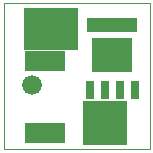
<source format=gts>
G75*
%MOIN*%
%OFA0B0*%
%FSLAX24Y24*%
%IPPOS*%
%LPD*%
%AMOC8*
5,1,8,0,0,1.08239X$1,22.5*
%
%ADD10C,0.0000*%
%ADD11R,0.1500X0.1500*%
%ADD12R,0.1838X0.1409*%
%ADD13R,0.0296X0.0611*%
%ADD14R,0.1714X0.0493*%
%ADD15R,0.1359X0.1123*%
%ADD16R,0.1359X0.0651*%
%ADD17C,0.0660*%
D10*
X000475Y000600D02*
X000475Y005470D01*
X005342Y005470D01*
X005342Y000600D01*
X000475Y000600D01*
D11*
X003850Y001475D03*
D12*
X002068Y004612D03*
D13*
X003350Y002566D03*
X003850Y002566D03*
X004350Y002566D03*
X004850Y002566D03*
D14*
X004100Y004758D03*
D15*
X004100Y003735D03*
D16*
X001850Y003551D03*
X001850Y001149D03*
D17*
X001430Y002760D03*
M02*

</source>
